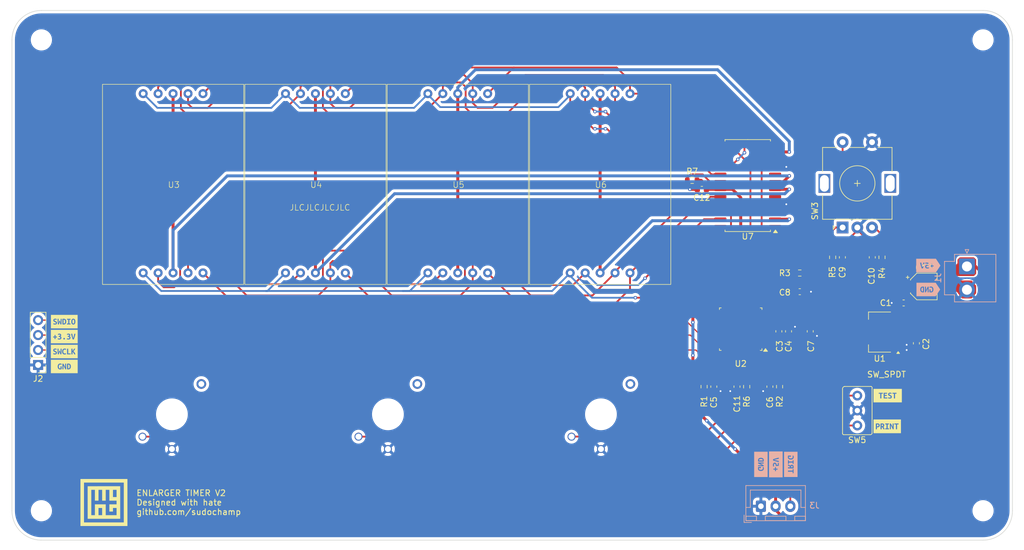
<source format=kicad_pcb>
(kicad_pcb (version 20240108) (generator "pcbnew") (generator_version "8.0")
  (layers (0 "F.Cu" signal) (31 "B.Cu" power) (34 "B.Paste" user) (35 "F.Paste" user) (36 "B.SilkS" user "B.Silkscreen") (37 "F.SilkS" user "F.Silkscreen") (38 "B.Mask" user) (39 "F.Mask" user) (44 "Edge.Cuts" user))
  (net 0 "")
  (net 1 "GND")
  (net 2 "+5V")
  (net 3 "+3.3V")
  (net 4 "/STOP-")
  (net 5 "/STOP+")
  (net 6 "/~{RESET}")
  (net 7 "/ENC_SW")
  (net 8 "/PIN_A")
  (net 9 "/PIN_B")
  (net 10 "/TOGGLE")
  (net 11 "/SWDIO")
  (net 12 "/SWCLK")
  (net 13 "/TRIG")
  (net 14 "Net-(R1-Pad1)")
  (net 15 "Net-(R2-Pad1)")
  (net 16 "Net-(R3-Pad2)")
  (net 17 "Net-(R4-Pad1)")
  (net 18 "Net-(R5-Pad2)")
  (net 19 "Net-(R6-Pad1)")
  (net 20 "Net-(U7-ISET)")
  (net 21 "/MODE_TEST")
  (net 22 "/MODE_PRINT")
  (net 29 "/SCK")
  (net 33 "/~{SS}")
  (net 34 "/MOSI")
  (net 35 "/SEG_A")
  (net 36 "/SEG_D")
  (net 37 "/SEG_DP")
  (net 38 "/SEG_F")
  (net 39 "/SEG_C")
  (net 40 "/DIG_3")
  (net 41 "/SEG_E")
  (net 42 "/SEG_B")
  (net 43 "/SEG_G")
  (net 44 "/DIG_2")
  (net 45 "/DIG_1")
  (net 46 "/DIG_0")
  (footprint "Resistor_SMD:R_0603_1608Metric" (layer "F.Cu") (at 206.756 74.295 90)
    (property "Reference" "R5")
    (property "Value" "10k")
  )
  (footprint "Resistor_SMD:R_0603_1608Metric" (layer "F.Cu") (at 201.168 76.962)
    (property "Reference" "R3")
    (property "Value" "1k")
  )
  (footprint "LOGO" (layer "F.Cu") (at 82.931 115.951)
    (property "Reference" "G***" (hide yes))
    (property "Value" "LOGO" (hide yes))
  )
  (footprint "PCM_4ms_Switch:Switch_Toggle_SPDT_SubMini" (layer "F.Cu") (at 210.947 100.33 180)
    (property "Reference" "SW5")
    (property "Value" "SW_SPDT")
  )
  (footprint "kibuzzard-66150CEE" (layer "F.Cu") (at 216.027 103.008829)
    (property "Reference" "kibuzzard-66150CEE" (hide yes))
    (property "Value" "G***" (hide yes))
  )
  (footprint "Capacitor_SMD:C_0603_1608Metric" (layer "F.Cu") (at 208.407 74.295 -90)
    (property "Reference" "C9")
    (property "Value" "10n")
  )
  (footprint "Package_SO:SOIC-24W_7.5x15.4mm_P1.27mm" (layer "F.Cu") (at 192.327 62.103 180)
    (property "Reference" "U7")
    (property "Value" "MAX7221")
  )
  (footprint "Capacitor_SMD:C_0603_1608Metric" (layer "F.Cu") (at 202.946 86.868 90)
    (property "Reference" "C7")
    (property "Value" "100n")
  )
  (footprint "Connector_PinHeader_2.54mm:PinHeader_1x04_P2.54mm_Vertical" (layer "F.Cu") (at 71.755 92.583 180)
    (property "Reference" "J2")
    (property "Value" "SWD")
  )
  (footprint "Capacitor_SMD:C_0603_1608Metric" (layer "F.Cu") (at 184.531 62.738 180)
    (property "Reference" "C12")
    (property "Value" "100n")
  )
  (footprint "kibuzzard-66150BA4" (layer "F.Cu") (at 76.2 92.837)
    (property "Reference" "kibuzzard-66150BA4" (hide yes))
    (property "Value" "G***" (hide yes))
  )
  (footprint "Capacitor_SMD:C_0603_1608Metric" (layer "F.Cu") (at 196.088 96.266 90)
    (property "Reference" "C6")
    (property "Value" "100n")
  )
  (footprint "key_switches:SW_Kailh_Choc_V2_THT_nSilk" (layer "F.Cu") (at 94.488 100.965)
    (property "Reference" "SW2" (hide yes))
    (property "Value" "STOP-" (hide yes))
  )
  (footprint "Resistor_SMD:R_0603_1608Metric" (layer "F.Cu") (at 197.739 96.266 90)
    (property "Reference" "R2")
    (property "Value" "1k")
  )
  (footprint "Capacitor_SMD:C_0603_1608Metric" (layer "F.Cu") (at 218.821 82.042 180)
    (property "Reference" "C1")
    (property "Value" "100n")
  )
  (footprint "Capacitor_SMD:C_0603_1608Metric" (layer "F.Cu") (at 220.98 88.9 -90)
    (property "Reference" "C2")
    (property "Value" "10u")
  )
  (footprint "7_segmeng:SC10-21SURKWA" (layer "F.Cu") (at 142.931666 61.6966)
    (property "Reference" "U5")
    (property "Value" "SC10-21SURKWA")
  )
  (footprint "Resistor_SMD:R_0603_1608Metric" (layer "F.Cu") (at 192.151 96.266 90)
    (property "Reference" "R6")
    (property "Value" "1k")
  )
  (footprint "kibuzzard-66150B8E" (layer "F.Cu") (at 76.2 85.217)
    (property "Reference" "kibuzzard-66150B8E" (hide yes))
    (property "Value" "G***" (hide yes))
  )
  (footprint "Capacitor_SMD:C_0603_1608Metric" (layer "F.Cu") (at 197.612 86.868 -90)
    (property "Reference" "C3")
    (property "Value" "100n")
  )
  (footprint "key_switches:SW_Kailh_Choc_V2_THT_nSilk" (layer "F.Cu") (at 131.191 100.965)
    (property "Reference" "SW4" (hide yes))
    (property "Value" "TOGGLE" (hide yes))
  )
  (footprint "kibuzzard-66150B83" (layer "F.Cu") (at 76.2 87.757)
    (property "Reference" "kibuzzard-66150B83" (hide yes))
    (property "Value" "G***" (hide yes))
  )
  (footprint "kibuzzard-66150B89" (layer "F.Cu") (at 76.2 90.297)
    (property "Reference" "kibuzzard-66150B89" (hide yes))
    (property "Value" "G***" (hide yes))
  )
  (footprint "MountingHole:MountingHole_3.2mm_M3" (layer "F.Cu") (at 232.31 37.348)
    (property "Reference" "H4" (hide yes))
    (property "Value" "MountingHole" (hide yes))
  )
  (footprint "Capacitor_SMD:C_0603_1608Metric" (layer "F.Cu") (at 199.263 86.868 -90)
    (property "Reference" "C4")
    (property "Value" "4.7u")
  )
  (footprint "Capacitor_SMD:C_0603_1608Metric" (layer "F.Cu") (at 190.5 96.266 90)
    (property "Reference" "C11")
    (property "Value" "100n")
  )
  (footprint "Capacitor_SMD:C_0603_1608Metric" (layer "F.Cu") (at 186.563 96.266 90)
    (property "Reference" "C5")
    (property "Value" "100n")
  )
  (footprint "Capacitor_SMD:C_0603_1608Metric" (layer "F.Cu") (at 213.487 74.295 -90)
    (property "Reference" "C10")
    (property "Value" "10n")
  )
  (footprint "7_segmeng:SC10-21SURKWA" (layer "F.Cu") (at 94.558334 61.6966)
    (property "Reference" "U3")
    (property "Value" "SC10-21SURKWA")
  )
  (footprint "Resistor_SMD:R_0603_1608Metric" (layer "F.Cu") (at 184.912 96.266 90)
    (property "Reference" "R1")
    (property "Value" "1k")
  )
  (footprint "Package_QFP:LQFP-32_7x7mm_P0.8mm" (layer "F.Cu") (at 191.135 86.487 180)
    (property "Reference" "U2")
    (property "Value" "STM32C031K6Tx")
  )
  (footprint "Package_TO_SOT_SMD:SOT-223-3_TabPin2" (layer "F.Cu") (at 214.757 86.995 180)
    (property "Reference" "U1")
    (property "Value" "LD1117S33TR_SOT223")
  )
  (footprint "Resistor_SMD:R_0603_1608Metric" (layer "F.Cu") (at 182.88 61.214)
    (property "Reference" "R7")
    (property "Value" "51k")
  )
  (footprint "7_segmeng:SC10-21SURKWA" (layer "F.Cu") (at 118.745 61.6966)
    (property "Reference" "U4")
    (property "Value" "SC10-21SURKWA")
  )
  (footprint "kibuzzard-66150D04" (layer "F.Cu") (at 216.100143 97.79)
    (property "Reference" "kibuzzard-66150D04" (hide yes))
    (property "Value" "G***" (hide yes))
  )
  (footprint "Rotary_Encoder:RotaryEncoder_Alps_EC11E-Switch_Vertical_H20mm" (layer "F.Cu") (at 208.447 69.226 90)
    (property "Reference" "SW3")
    (property "Value" "EXPOSURE_TIME")
  )
  (footprint "MountingHole:MountingHole_3.2mm_M3" (layer "F.Cu") (at 232.31 117.348)
    (property "Reference" "H2" (hide yes))
    (property "Value" "MountingHole" (hide yes))
  )
  (footprint "MountingHole:MountingHole_3.2mm_M3" (layer "F.Cu") (at 72.31 117.348)
    (property "Reference" "H1" (hide yes))
    (property "Value" "MountingHole" (hide yes))
  )
  (footprint "Capacitor_SMD:C_0603_1608Metric" (layer "F.Cu") (at 201.168 80.137 180)
    (property "Reference" "C8")
    (property "Value" "100n")
  )
  (footprint "key_switches:SW_Kailh_Choc_V2_THT_nSilk" (layer "F.Cu") (at 167.386 100.965)
    (property "Reference" "SW1" (hide yes))
    (property "Value" "STOP+" (hide yes))
  )
  (footprint "Capacitor_SMD:CP_Elec_4x5.4" (layer "F.Cu") (at 222.25 79.248)
    (property "Reference" "C13")
    (property "Value" "10u")
  )
  (footprint "MountingHole:MountingHole_3.2mm_M3" (layer "F.Cu") (at 72.31 37.348)
    (property "Reference" "H3" (hide yes))
    (property "Value" "MountingHole" (hide yes))
  )
  (footprint "7_segmeng:SC10-21SURKWA" (layer "F.Cu") (at 167.118334 61.6966)
    (property "Reference" "U6")
    (property "Value" "SC10-21SURKWA")
  )
  (footprint "Resistor_SMD:R_0603_1608Metric" (layer "F.Cu") (at 215.138 74.295 -90)
    (property "Reference" "R4")
    (property "Value" "10k")
  )
  (footprint "kibuzzard-66150C9A" (layer "B.Cu") (at 223.012 79.756 180)
    (property "Reference" "kibuzzard-66150C9A" (hide yes))
    (property "Value" "G***" (hide yes))
  )
  (footprint "kibuzzard-66150C4D" (layer "B.Cu") (at 194.564 109.474 90)
    (property "Reference" "kibuzzard-66150C4D" (hide yes))
    (property "Value" "G***" (hide yes))
  )
  (footprint "kibuzzard-66150C19" (layer "B.Cu") (at 199.644 109.474 90)
    (property "Reference" "kibuzzard-66150C19" (hide yes))
    (property "Value" "G***" (hide yes))
  )
  (footprint "Connector_JST:JST_VH_B2P-VH_1x02_P3.96mm_Vertical" (layer "B.Cu") (at 229.574 75.8395 -90)
    (property "Reference" "J1")
    (property "Value" "PWR")
  )
  (footprint "kibuzzard-66150C52" (layer "B.Cu") (at 197.104 109.474 90)
    (property "Reference" "kibuzzard-66150C52" (hide yes))
    (property "Value" "G***" (hide yes))
  )
  (footprint "Connector_JST:JST_XH_B3B-XH-A_1x03_P2.50mm_Vertical" (layer "B.Cu") (at 194.564 116.586)
    (property "Reference" "J3")
    (property "Value" "RELAY")
  )
  (footprint "kibuzzard-66150BD0" (layer "B.Cu") (at 223.012 75.692 180)
    (property "Reference" "kibuzzard-66150BD0" (hide yes))
    (property "Value" "G***" (hide yes))
  )
  (gr_line (start 232.31 122.348) (end 72.31 122.348) (stroke (width 0.1)) (layer "Edge.Cuts"))
  (gr_arc (start 67.31 37.348) (mid 68.774466 33.812466) (end 72.31 32.348) (stroke (width 0.1)) (layer "Edge.Cuts"))
  (gr_arc (start 72.31 122.348) (mid 68.774466 120.883534) (end 67.31 117.348) (stroke (width 0.1)) (layer "Edge.Cuts"))
  (gr_arc (start 237.31 117.348) (mid 235.845534 120.883534) (end 232.31 122.348) (stroke (width 0.1)) (layer "Edge.Cuts"))
  (gr_arc (start 232.31 32.348) (mid 235.845534 33.812466) (end 237.31 37.348) (stroke (width 0.1)) (layer "Edge.Cuts"))
  (gr_line (start 67.31 117.348) (end 67.31 37.348) (stroke (width 0.1)) (layer "Edge.Cuts"))
  (gr_line (start 72.31 32.348) (end 232.31 32.348) (stroke (width 0.1)) (layer "Edge.Cuts"))
  (gr_line (start 237.31 37.348) (end 237.31 117.348) (stroke (width 0.1)) (layer "Edge.Cuts"))
  (gr_text "ENLARGER TIMER V2\nDesigned with hate\ngithub.com/sudochamp\n" (at 88.392 115.951 0) (layer "F.SilkS") (effects (font (size 1 1)) (justify left)))
  (gr_text "JLCJLCJLCJLC" (at 114.427 66.421 0) (layer "F.SilkS") (effects (font (size 1 1) (thickness 0.1)) (justify left bottom)))
  (segment (start 183.756 62.738) (end 182.499 62.738) (width 0.5) (layer "F.Cu") (net 1))
  (segment (start 208.407 73.52) (end 208.407 72.263) (width 0.3) (layer "F.Cu") (net 1))
  (segment (start 196.088 97.041) (end 194.958 97.041) (width 0.3) (layer "F.Cu") (net 1))
  (segment (start 220.98 89.675) (end 218.287 89.675) (width 0.5) (layer "F.Cu") (net 1))
  (segment (start 204.089 87.643) (end 202.946 87.643) (width 0.3) (layer "F.Cu") (net 1))
  (segment (start 201.943 80.137) (end 203.073 80.137) (width 0.3) (layer "F.Cu") (net 1))
  (segment (start 199.257 86.087) (end 195.31 86.087) (width 0.5) (layer "F.Cu") (net 1))
  (segment (start 219.329 89.154) (end 219.329 89.662) (width 0.5) (layer "F.Cu") (net 1))
  (segment (start 190.5 97.041) (end 189.37 97.041) (width 0.3) (layer "F.Cu") (net 1))
  (segment (start 196.977 58.928) (end 198.882 58.928) (width 0.5) (layer "F.Cu") (net 1))
  (segment (start 213.487 73.52) (end 213.487 72.136) (width 0.3) (layer "F.Cu") (net 1))
  (segment (start 196.977 65.278) (end 198.882 65.278) (width 0.5) (layer "F.Cu") (net 1))
  (segment (start 217.919 82.042) (end 216.789 82.042) (width 0.3) (layer "F.Cu") (net 1))
  (segment (start 208.407 72.263) (end 210.947 69.723) (width 0.3) (layer "F.Cu") (net 1))
  (segment (start 194.958 97.041) (end 194.945 97.028) (width 0.3) (layer "F.Cu") (net 1))
  (segment (start 187.693 97.041) (end 187.706 97.028) (width 0.3) (layer "F.Cu") (net 1))
  (segment (start 186.563 97.041) (end 187.693 97.041) (width 0.3) (layer "F.Cu") (net 1))
  (segment (start 189.37 97.041) (end 189.357 97.028) (width 0.3) (layer "F.Cu") (net 1))
  (segment (start 199.263 86.093) (end 200.357 86.093) (width 0.5) (layer "F.Cu") (net 1))
  (segment (start 219.329 89.662) (end 219.329 90.043) (width 0.5) (layer "F.Cu") (net 1))
  (segment (start 213.487 72.136) (end 210.947 69.596) (width 0.3) (layer "F.Cu") (net 1))
  (via (at 203.073 80.137) (size 0.6) (drill 0.3) (layers "F.Cu" "B.Cu") (net 1))
  (via (at 189.357 97.028) (size 0.6) (drill 0.3) (layers "F.Cu" "B.Cu") (net 1))
  (via (at 216.789 82.042) (size 0.6) (drill 0.3) (layers "F.Cu" "B.Cu") (net 1))
  (via (at 219.329 89.154) (size 0.6) (drill 0.3) (layers "F.Cu" "B.Cu") (net 1))
  (via (at 198.882 65.278) (size 0.6) (drill 0.3) (layers "F.Cu" "B.Cu") (net 1))
  (via (at 219.329 90.043) (size 0.6) (drill 0.3) (layers "F.Cu" "B.Cu") (net 1))
  (via (at 200.357 86.093) (size 0.6) (drill 0.3) (layers "F.Cu" "B.Cu") (net 1))
  (via (at 187.706 97.028) (size 0.6) (drill 0.3) (layers "F.Cu" "B.Cu") (net 1))
  (via (at 182.499 62.738) (size 0.6) (drill 0.3) (layers "F.Cu" "B.Cu") (net 1))
  (via (at 194.945 97.028) (size 0.6) (drill 0.3) (layers "F.Cu" "B.Cu") (net 1))
  (via (at 204.089 87.643) (size 0.6) (drill 0.3) (layers "F.Cu" "B.Cu") (net 1))
  (via (at 198.882 58.928) (size 0.6) (drill 0.3) (layers "F.Cu" "B.Cu") (net 1))
  (segment (start 183.007 82.55) (end 183.007 85.344) (width 0.5) (layer "F.Cu") (net 2))
  (segment (start 185.306 62.738) (end 187.677 62.738) (width 0.5) (layer "F.Cu") (net 2))
  (segment (start 217.907 84.695) (end 219.089 84.695) (width 0.5) (layer "F.Cu") (net 2))
  (segment (start 231.0335 75.8395) (end 229.574 75.8395) (width 0.5) (layer "F.Cu") (net 2))
  (segment (start 185.306 62.116) (end 184.404 61.214) (width 0.5) (layer "F.Cu") (net 2))
  (segment (start 219.596 83.82) (end 219.596 82.042) (width 0.5) (layer "F.Cu") (net 2))
  (segment (start 198.588 118.745) (end 208.407 118.745) (width 0.5) (layer "F.Cu") (net 2))
  (segment (start 219.596 84.188) (end 219.596 83.82) (width 0.5) (layer "F.Cu") (net 2))
  (segment (start 197.064 117.221) (end 198.588 118.745) (width 0.5) (layer "F.Cu") (net 2))
  (segment (start 219.089 84.695) (end 219.596 84.188) (width 0.5) (layer "F.Cu") (net 2))
  (segment (start 189.738 62.738) (end 187.677 62.738) (width 0.5) (layer "F.Cu") (net 2))
  (segment (start 190.1825 106.8705) (end 197.064 113.752) (width 0.5) (layer "F.Cu") (net 2))
  (segment (start 185.3565 102.0445) (end 183.007 99.695) (width 0.5) (layer "F.Cu") (net 2))
  (segment (start 183.007 99.695) (end 183.007 90.932) (width 0.5) (layer "F.Cu") (net 2))
  (segment (start 208.407 118.745) (end 232.156 94.996) (width 0.5) (layer "F.Cu") (net 2))
  (segment (start 197.064 113.752) (end 197.064 117.221) (width 0.5) (layer "F.Cu") (net 2))
  (segment (start 183.007 82.55) (end 191.135 74.422) (width 0.5) (layer "F.Cu") (net 2))
  (segment (start 191.135 64.135) (end 189.738 62.738) (width 0.5) (layer "F.Cu") (net 2))
  (segment (start 184.404 61.214) (end 183.705 61.214) (width 0.5) (layer "F.Cu") (net 2))
  (segment (start 232.156 76.962) (end 231.0335 75.8395) (width 0.5) (layer "F.Cu") (net 2))
  (segment (start 185.306 62.738) (end 185.306 62.116) (width 0.5) (layer "F.Cu") (net 2))
  (segment (start 191.135 74.422) (end 191.135 64.135) (width 0.5) (layer "F.Cu") (net 2))
  (segment (start 232.156 94.996) (end 232.156 76.962) (width 0.5) (layer "F.Cu") (net 2))
  (via (at 185.3565 102.0445) (size 0.6) (drill 0.3) (layers "F.Cu" "B.Cu") (net 2))
  (via (at 190.1825 106.8705) (size 0.6) (drill 0.3) (layers "F.Cu" "B.Cu") (net 2))
  (via (at 183.007 85.344) (size 0.6) (drill 0.3) (layers "F.Cu" "B.Cu") (net 2))
  (via (at 183.007 90.932) (size 0.6) (drill 0.3) (layers "F.Cu" "B.Cu") (net 2))
  (segment (start 190.1825 106.8705) (end 185.3565 102.0445) (width 0.5) (layer "B.Cu") (net 2))
  (segment (start 183.007 85.344) (end 183.007 90.932) (width 0.5) (layer "B.Cu") (net 2))
  (segment (start 185.4835 90.424) (end 187.198 90.424) (width 0.2) (layer "F.Cu") (net 3))
  (segment (start 182.5625 87.503) (end 185.4835 90.424) (width 0.2) (layer "F.Cu") (net 3))
  (segment (start 196.863 87.643) (end 196.107 86.887) (width 0.5) (layer "F.Cu") (net 3))
  (segment (start 197.612 87.643) (end 196.863 87.643) (width 0.5) (layer "F.Cu") (net 3))
  (segment (start 200.279 87.643) (end 201.663 89.027) (width 0.5) (layer "F.Cu") (net 3))
  (segment (start 197.612 87.643) (end 200.279 87.643) (width 0.5) (layer "F.Cu") (net 3))
  (segment (start 71.755 87.503) (end 182.5625 87.503) (width 0.2) (layer "F.Cu") (net 3))
  (segment (start 195.31 86.887) (end 196.107 86.887) (width 0.5) (layer "F.Cu") (net 3))
  (segment (start 210.185 89.027) (end 211.607 87.605) (width 0.5) (layer "F.Cu") (net 3))
  (segment (start 187.198 90.424) (end 190.735 86.887) (width 0.2) (layer "F.Cu") (net 3))
  (segment (start 201.663 89.027) (end 210.185 89.027) (width 0.5) (layer "F.Cu") (net 3))
  (segment (start 190.735 86.887) (end 195.31 86.887) (width 0.2) (layer "F.Cu") (net 3))
  (segment (start 190.493216 92.329) (end 191.535 91.287216) (width 0.3) (layer "F.Cu") (net 4))
  (segment (start 190.493216 92.462784) (end 190.493216 92.329) (width 0.3) (layer "F.Cu") (net 4))
  (segment (start 186.563 95.491) (end 187.465 95.491) (width 0.3) (layer "F.Cu") (net 4))
  (segment (start 184.912 95.441) (end 186.513 95.441) (width 0.3) (layer "F.Cu") (net 4))
  (segment (start 191.535 91.287216) (end 191.535 90.662) (width 0.3) (layer "F.Cu") (net 4))
  (segment (start 187.465 95.491) (end 190.493216 92.462784) (width 0.3) (layer "F.Cu") (net 4))
  (segment (start 193.135 91.662) (end 193.135 90.662) (width 0.3) (layer "F.Cu") (net 5))
  (segment (start 197.739 95.441) (end 196.138 95.441) (width 0.3) (layer "F.Cu") (net 5))
  (segment (start 196.088 95.491) (end 196.088 94.615) (width 0.3) (layer "F.Cu") (net 5))
  (segment (start 196.088 94.615) (end 193.135 91.662) (width 0.3) (layer "F.Cu") (net 5))
  (segment (start 202.819 85.7885) (end 202.819 86.093) (width 0.3) (layer "F.Cu") (net 6))
  (segment (start 195.31 85.287) (end 197.006553 85.287) (width 0.3) (layer "F.Cu") (net 6))
  (segment (start 202.4445 85.287) (end 202.946 85.7885) (width 0.3) (layer "F.Cu") (net 6))
  (segment (start 197.584553 84.709) (end 201.8665 84.709) (width 0.3) (layer "F.Cu") (net 6))
  (segment (start 201.8665 84.709) (end 202.59675 85.43925) (width 0.3) (layer "F.Cu") (net 6))
  (segment (start 197.006553 85.287) (end 197.584553 84.709) (width 0.3) (layer "F.Cu") (net 6))
  (segment (start 193.135 82.312) (end 193.135 83.061999) (width 0.2) (layer "F.Cu") (net 7))
  (segment (start 193.135 83.061999) (end 193.435001 83.362) (width 0.2) (layer "F.Cu") (net 7))
  (segment (start 193.435001 83.362) (end 194.280494 83.362) (width 0.2) (layer "F.Cu") (net 7))
  (segment (start 197.505494 80.137) (end 200.343 80.137) (width 0.2) (layer "F.Cu") (net 7))
  (segment (start 200.343 80.137) (end 200.343 77.012) (width 0.3) (layer "F.Cu") (net 7))
  (segment (start 194.280494 83.362) (end 197.505494 80.137) (width 0.2) (layer "F.Cu") (net 7))
  (segment (start 203.581 82.169) (end 196.828 82.169) (width 0.3) (layer "F.Cu") (net 8))
  (segment (start 196.828 82.169) (end 195.31 83.687) (width 0.3) (layer "F.Cu") (net 8))
  (segment (start 206.756 75.12) (end 208.357 75.12) (width 0.3) (layer "F.Cu") (net 8))
  (segment (start 206.756 75.07) (end 206.756 78.994) (width 0.3) (layer "F.Cu") (net 8))
  (segment (start 206.756 78.994) (end 203.581 82.169) (width 0.3) (layer "F.Cu") (net 8))
  (segment (start 213.487 79.375) (end 213.487 75.311) (width 0.3) (layer "F.Cu") (net 9))
  (segment (start 195.31 84.487) (end 196.564 84.487) (width 0.3) (layer "F.Cu") (net 9))
  (segment (start 209.423 83.439) (end 213.487 79.375) (width 0.3) (layer "F.Cu") (net 9))
  (segment (start 197.612 83.439) (end 209.423 83.439) (width 0.3) (layer "F.Cu") (net 9))
  (segment (start 196.564 84.487) (end 197.612 83.439) (width 0.3) (layer "F.Cu") (net 9))
  (segment (start 213.487 75.07) (end 215.088 75.07) (width 0.3) (layer "F.Cu") (net 9))
  (segment (start 190.5 95.491) (end 192.101 95.491) (width 0.3) (layer "F.Cu") (net 10))
  (segment (start 192.335 90.662) (end 192.335 95.257) (width 0.3) (layer "F.Cu") (net 10))
  (segment (start 71.755 84.963) (end 181.737 84.963) (width 0.2) (layer "F.Cu") (net 11))
  (segment (start 186.061 89.287) (end 186.96 89.287) (width 0.2) (layer "F.Cu") (net 11))
  (segment (start 181.737 84.963) (end 186.061 89.287) (width 0.2) (layer "F.Cu") (net 11))
  (segment (start 187.96 91.948) (end 188.335 91.573) (width 0.2) (layer "F.Cu") (net 12))
  (segment (start 188.335 91.573) (end 188.335 90.662) (width 0.2) (layer "F.Cu") (net 12))
  (segment (start 185.42 91.948) (end 187.96 91.948) (width 0.2) (layer "F.Cu") (net 12))
  (segment (start 71.755 90.043) (end 183.515 90.043) (width 0.2) (layer "F.Cu") (net 12))
  (segment (start 183.515 90.043) (end 185.42 91.948) (width 0.2) (layer "F.Cu") (net 12))
  (segment (start 199.564 95.424) (end 199.564 117.221) (width 0.3) (layer "F.Cu") (net 13))
  (segment (start 194.802 90.662) (end 199.564 95.424) (width 0.3) (layer "F.Cu") (net 13))
  (segment (start 193.935 90.662) (end 194.802 90.662) (width 0.3) (layer "F.Cu") (net 13))
  (segment (start 184.912 97.091) (end 184.912 97.917) (width 0.3) (layer "F.Cu") (net 14))
  (segment (start 184.912 97.917) (end 187.071 100.076) (width 0.3) (layer "F.Cu") (net 14))
  (segment (start 184.5564 104.7496) (end 162.4014 104.7496) (width 0.3) (layer "F.Cu") (net 14))
  (segment (start 187.071 100.076) (end 187.071 102.235) (width 0.3) (layer "F.Cu") (net 14))
  (segment (start 187.071 102.235) (end 184.5564 104.7496) (width 0.3) (layer "F.Cu") (net 14))
  (segment (start 95.138 104.765) (end 89.488 104.765) (width 0.3) (layer "F.Cu") (net 15))
  (segment (start 197.739 97.091) (end 197.739 97.917) (width 0.3) (layer "F.Cu") (net 15))
  (segment (start 184.531 111.125) (end 101.498 111.125) (width 0.3) (layer "F.Cu") (net 15))
  (segment (start 197.739 97.917) (end 184.531 111.125) (width 0.3) (layer "F.Cu") (net 15))
  (segment (start 101.498 111.125) (end 95.138 104.765) (width 0.3) (layer "F.Cu") (net 15))
  (segment (start 201.993 76.962) (end 201.993 70.422) (width 0.3) (layer "F.Cu") (net 16))
  (segment (start 208.447 63.968) (end 208.447 54.726) (width 0.3) (layer "F.Cu") (net 16))
  (segment (start 201.993 70.422) (end 208.447 63.968) (width 0.3) (layer "F.Cu") (net 16))
  (segment (start 215.138 70.485) (end 215.138 73.47) (width 0.3) (layer "F.Cu") (net 17))
  (segment (start 213.879 69.226) (end 215.138 70.485) (width 0.3) (layer "F.Cu") (net 17))
  (segment (start 207.253 69.226) (end 206.756 69.723) (width 0.3) (layer "F.Cu") (net 18))
  (segment (start 208.447 69.226) (end 207.253 69.226) (width 0.3) (layer "F.Cu") (net 18))
  (segment (start 206.756 69.723) (end 206.756 73.47) (width 0.3) (layer "F.Cu") (net 18))
  (segment (start 192.151 97.091) (end 192.151 100.076) (width 0.3) (layer "F.Cu") (net 19))
  (segment (start 136.169 109.093) (end 131.841 104.765) (width 0.3) (layer "F.Cu") (net 19))
  (segment (start 192.151 100.076) (end 183.134 109.093) (width 0.3) (layer "F.Cu") (net 19))
  (segment (start 183.134 109.093) (end 136.169 109.093) (width 0.3) (layer "F.Cu") (net 19))
  (segment (start 131.841 104.765) (end 126.191 104.765) (width 0.3) (layer "F.Cu") (net 19))
  (segment (start 182.055 61.214) (end 182.055 60.769) (width 0.3) (layer "F.Cu") (net 20))
  (segment (start 182.055 60.769) (end 182.626 60.198) (width 0.3) (layer "F.Cu") (net 20))
  (segment (start 182.626 60.198) (end 184.658 60.198) (width 0.3) (layer "F.Cu") (net 20))
  (segment (start 184.658 60.198) (end 185.928 61.468) (width 0.3) (layer "F.Cu") (net 20))
  (segment (start 185.928 61.468) (end 187.677 61.468) (width 0.3) (layer "F.Cu") (net 20))
  (segment (start 196.564 88.487) (end 195.31 88.487) (width 0.3) (layer "F.Cu") (net 21))
  (segment (start 205.867 97.79) (end 196.564 88.487) (width 0.3) (layer "F.Cu") (net 21))
  (segment (start 210.947 97.79) (end 205.867 97.79) (width 0.3) (layer "F.Cu") (net 21))
  (segment (start 208.893 102.87) (end 210.947 102.87) (width 0.3) (layer "F.Cu") (net 22))
  (segment (start 195.31 89.287) (end 208.893 102.87) (width 0.3) (layer "F.Cu") (net 22))
  (segment (start 187.677 55.118) (end 189.23 55.118) (width 0.3) (layer "F.Cu") (net 29))
  (segment (start 189.23 55.118) (end 192.786 58.674) (width 0.3) (layer "F.Cu") (net 29))
  (segment (start 192.786 58.674) (end 192.786 78.994) (width 0.3) (layer "F.Cu") (net 29))
  (segment (start 191.535 80.245) (end 191.535 82.312) (width 0.3) (layer "F.Cu") (net 29))
  (segment (start 192.786 78.994) (end 191.535 80.245) (width 0.3) (layer "F.Cu") (net 29))
  (segment (start 194.691 79.121) (end 194.691 55.372) (width 0.3) (layer "F.Cu") (net 33))
  (segment (start 192.335 82.312) (end 192.335 81.477) (width 0.2) (layer "F.Cu") (net 33))
  (segment (start 194.691 55.372) (end 194.945 55.118) (width 0.3) (layer "F.Cu") (net 33))
  (segment (start 194.945 55.118) (end 196.977 55.118) (width 0.3) (layer "F.Cu") (net 33))
  (segment (start 192.335 81.477) (end 194.691 79.121) (width 0.3) (layer "F.Cu") (net 33))
  (segment (start 193.929 82.306) (end 193.929 81.534) (width 0.2) (layer "F.Cu") (net 34))
  (segment (start 196.977 78.486) (end 196.977 69.088) (width 0.3) (layer "F.Cu") (net 34))
  (segment (start 193.929 81.534) (end 196.977 78.486) (width 0.3) (layer "F.Cu") (net 34))
  (segment (start 148.971 48.895) (end 146.431 48.895) (width 0.3) (layer "F.Cu") (net 35))
  (segment (start 169.785334 47.738334) (end 169.785334 46.482) (width 0.3) (layer "F.Cu") (net 35))
  (segment (start 121.412 45.212) (end 119.507 43.307) (width 0.3) (layer "F.Cu") (net 35))
  (segment (start 187.677 56.388) (end 178.435 56.388) (width 0.3) (layer "F.Cu") (net 35))
  (segment (start 146.431 48.895) (end 145.598666 48.062666) (width 0.3) (layer "F.Cu") (net 35))
  (segment (start 121.412 46.482) (end 121.412 45.212) (width 0.3) (layer "F.Cu") (net 35))
  (segment (start 97.917 48.895) (end 97.225334 48.203334) (width 0.3) (layer "F.Cu") (net 35))
  (segment (start 100.584 48.895) (end 97.917 48.895) (width 0.3) (layer "F.Cu") (net 35))
  (segment (start 124.714 48.895) (end 122.174 48.895) (width 0.3) (layer "F.Cu") (net 35))
  (segment (start 169.785334 45.325334) (end 167.767 43.307) (width 0.3) (layer "F.Cu") (net 35))
  (segment (start 145.598666 44.760666) (end 144.145 43.307) (width 0.3) (layer "F.Cu") (net 35))
  (segment (start 119.507 43.307) (end 106.172 43.307) (width 0.3) (layer "F.Cu") (net 35))
  (segment (start 154.559 43.307) (end 148.971 48.895) (width 0.3) (layer "F.Cu") (net 35))
  (segment (start 97.225334 48.203334) (end 97.225334 46.482) (width 0.3) (layer "F.Cu") (net 35))
  (segment (start 178.435 56.388) (end 169.785334 47.738334) (width 0.3) (layer "F.Cu") (net 35))
  (segment (start 145.598666 46.482) (end 145.598666 44.760666) (width 0.3) (layer "F.Cu") (net 35))
  (segment (start 106.172 43.307) (end 100.584 48.895) (width 0.3) (layer "F.Cu") (net 35))
  (segment (start 130.302 43.307) (end 124.714 48.895) (width 0.3) (layer "F.Cu") (net 35))
  (segment (start 122.174 48.895) (end 121.412 48.133) (width 0.3) (layer "F.Cu") (net 35))
  (segment (start 121.412 48.133) (end 121.412 46.482) (width 0.3) (layer "F.Cu") (net 35))
  (segment (start 144.145 43.307) (end 130.302 43.307) (width 0.3) (layer "F.Cu") (net 35))
  (segment (start 169.785334 46.482) (end 169.785334 45.325334) (width 0.3) (layer "F.Cu") (net 35))
  (segment (start 145.598666 48.062666) (end 145.598666 46.482) (width 0.3) (layer "F.Cu") (net 35))
  (segment (start 167.767 43.307) (end 154.559 43.307) (width 0.3) (layer "F.Cu") (net 35))
  (segment (start 113.792 78.867) (end 119.507 78.867) (width 0.3) (layer "F.Cu") (net 36))
  (segment (start 138.557 78.867) (end 140.4874 76.9366) (width 0.3) (layer "F.Cu") (net 36))
  (segment (start 138.557 78.867) (end 143.637 78.867) (width 0.3) (layer "F.Cu") (net 36))
  (segment (start 94.869 79.375) (end 95.885 78.359) (width 0.3) (layer "F.Cu") (net 36))
  (segment (start 108.966 78.867) (end 114.4016 78.867) (width 0.3) (layer "F.Cu") (net 36))
  (segment (start 119.507 78.867) (end 120.142 78.232) (width 0.3) (layer "F.Cu") (net 36))
  (segment (start 162.647934 78.994) (end 164.705334 76.9366) (width 0.3) (layer "F.Cu") (net 36))
  (segment (start 156.972 78.994) (end 162.647934 78.994) (width 0.3) (layer "F.Cu") (net 36))
  (segment (start 95.885 73.914) (end 96.647 73.152) (width 0.3) (layer "F.Cu") (net 36))
  (segment (start 95.885 78.359) (end 95.885 73.914) (width 0.3) (layer "F.Cu") (net 36))
  (segment (start 92.145334 76.9366) (end 92.145334 78.429334) (width 0.3) (layer "F.Cu") (net 36))
  (segment (start 120.142 74.168) (end 121.158 73.152) (width 0.3) (layer "F.Cu") (net 36))
  (segment (start 144.272 73.914) (end 145.161 73.025) (width 0.3) (layer "F.Cu") (net 36))
  (segment (start 184.912 67.818) (end 174.879 77.851) (width 0.3) (layer "F.Cu") (net 36))
  (segment (start 114.4016 78.867) (end 116.332 76.9366) (width 0.3) (layer "F.Cu") (net 36))
  (segment (start 103.251 73.152) (end 108.966 78.867) (width 0.3) (layer "F.Cu") (net 36))
  (segment (start 187.677 67.818) (end 184.912 67.818) (width 0.3) (layer "F.Cu") (net 36))
  (segment (start 134.239 78.867) (end 138.557 78.867) (width 0.3) (layer "F.Cu") (net 36))
  (segment (start 121.158 73.152) (end 128.524 73.152) (width 0.3) (layer "F.Cu") (net 36))
  (segment (start 143.637 78.867) (end 144.272 78.232) (width 0.3) (layer "F.Cu") (net 36))
  (segment (start 151.003 73.025) (end 156.972 78.994) (width 0.3) (layer "F.Cu") (net 36))
  (segment (start 96.647 73.152) (end 103.251 73.152) (width 0.3) (layer "F.Cu") (net 36))
  (segment (start 145.161 73.025) (end 151.003 73.025) (width 0.3) (layer "F.Cu") (net 36))
  (segment (start 120.142 78.232) (end 120.142 74.168) (width 0.3) (layer "F.Cu") (net 36))
  (segment (start 128.524 73.152) (end 134.239 78.867) (width 0.3) (layer "F.Cu") (net 36))
  (segment (start 93.091 79.375) (end 94.869 79.375) (width 0.3) (layer "F.Cu") (net 36))
  (segment (start 92.145334 78.429334) (end 93.091 79.375) (width 0.3) (layer "F.Cu") (net 36))
  (segment (start 144.272 78.232) (end 144.272 73.914) (width 0.3) (layer "F.Cu") (net 36))
  (via (at 174.879 77.851) (size 0.6) (drill 0.3) (layers "F.Cu" "B.Cu") (net 36))
  (segment (start 166.762734 78.994) (end 164.705334 76.9366) (width 0.3) (layer "B.Cu") (net 36))
  (segment (start 174.879 77.851) (end 173.736 78.994) (width 0.3) (layer "B.Cu") (net 36))
  (segment (start 173.736 78.994) (end 166.762734 78.994) (width 0.3) (layer "B.Cu") (net 36))
  (segment (start 153.416 82.423) (end 153.416 82.213934) (width 0.3) (layer "F.Cu") (net 37))
  (segment (start 105.251734 82.423) (end 129.1844 82.423) (width 0.3) (layer "F.Cu") (net 37))
  (segment (start 129.1844 82.423) (end 153.416 82.423) (width 0.3) (layer "F.Cu") (net 37))
  (segment (start 129.1844 82.423) (end 129.3114 82.296) (width 0.3) (layer "F.Cu") (net 37))
  (segment (start 169.545 82.423) (end 172.325334 79.642666) (width 0.3) (layer "F.Cu") (net 37))
  (segment (start 99.765334 76.9366) (end 105.251734 82.423) (width 0.3) (layer "F.Cu") (net 37))
  (segment (start 182.753 66.548) (end 187.677 66.548) (width 0.3) (layer "F.Cu") (net 37))
  (segment (start 129.3114 82.296) (end 123.952 76.9366) (width 0.3) (layer "F.Cu") (net 37))
  (segment (start 172.3644 76.9366) (end 182.753 66.548) (width 0.3) (layer "F.Cu") (net 37))
  (segment (start 153.416 82.423) (end 169.545 82.423) (width 0.3) (layer "F.Cu") (net 37))
  (segment (start 153.416 82.213934) (end 148.138666 76.9366) (width 0.3) (layer "F.Cu") (net 37))
  (segment (start 172.325334 79.642666) (end 172.325334 76.9366) (width 0.3) (layer "F.Cu") (net 37))
  (segment (start 92.145334 46.482) (end 92.145334 45.367333) (width 0.3) (layer "F.Cu") (net 38))
  (segment (start 92.935667 44.577) (end 95.377 44.577) (width 0.3) (layer "F.Cu") (net 38))
  (segment (start 116.332 46.482) (end 116.332 45.339) (width 0.3) (layer "F.Cu") (net 38))
  (segment (start 143.637 44.577) (end 144.399 45.339) (width 0.3) (layer "F.Cu") (net 38))
  (segment (start 140.518666 46.482) (end 140.518666 45.282334) (width 0.3) (layer "F.Cu") (net 38))
  (segment (start 144.399 45.339) (end 144.399 48.895) (width 0.3) (layer "F.Cu") (net 38))
  (segment (start 140.518666 45.282334) (end 141.224 44.577) (width 0.3) (layer "F.Cu") (net 38))
  (segment (start 119.253 44.577) (end 120.142 45.466) (width 0.3) (layer "F.Cu") (net 38))
  (segment (start 92.145334 45.367333) (end 92.935667 44.577) (width 0.3) (layer "F.Cu") (net 38))
  (segment (start 120.142 45.466) (end 120.142 48.895) (width 0.3) (layer "F.Cu") (net 38))
  (segment (start 117.094 44.577) (end 119.253 44.577) (width 0.3) (layer "F.Cu") (net 38))
  (segment (start 164.084 44.831) (end 164.705334 45.452334) (width 0.3) (layer "F.Cu") (net 38))
  (segment (start 164.705334 47.865334) (end 164.705334 46.482) (width 0.3) (layer "F.Cu") (net 38))
  (segment (start 112.141 50.673) (end 116.332 46.482) (width 0.3) (layer "F.Cu") (net 38))
  (segment (start 95.377 44.577) (end 96.012 45.212) (width 0.3) (layer "F.Cu") (net 38))
  (segment (start 176.276 57.658) (end 187.677 57.658) (width 0.3) (layer "F.Cu") (net 38))
  (segment (start 136.327666 50.673) (end 140.518666 46.482) (width 0.3) (layer "F.Cu") (net 38))
  (segment (start 168.148 49.53) (end 176.276 57.658) (width 0.3) (layer "F.Cu") (net 38))
  (segment (start 156.464 44.831) (end 164.084 44.831) (width 0.3) (layer "F.Cu") (net 38))
  (segment (start 96.012 45.212) (end 96.012 49.022) (width 0.3) (layer "F.Cu") (net 38))
  (segment (start 144.399 48.895) (end 146.05 50.546) (width 0.3) (layer "F.Cu") (net 38))
  (segment (start 164.705334 45.452334) (end 164.705334 46.482) (width 0.3) (layer "F.Cu") (net 38))
  (segment (start 146.05 50.546) (end 150.749 50.546) (width 0.3) (layer "F.Cu") (net 38))
  (segment (start 166.37 49.53) (end 164.705334 47.865334) (width 0.3) (layer "F.Cu") (net 38))
  (segment (start 141.224 44.577) (end 143.637 44.577) (width 0.3) (layer "F.Cu") (net 38))
  (segment (start 116.332 45.339) (end 117.094 44.577) (width 0.3) (layer "F.Cu") (net 38))
  (segment (start 96.012 49.022) (end 97.663 50.673) (width 0.3) (layer "F.Cu") (net 38))
  (segment (start 150.749 50.546) (end 156.464 44.831) (width 0.3) (layer "F.Cu") (net 38))
  (segment (start 120.142 48.895) (end 121.92 50.673) (width 0.3) (layer "F.Cu") (net 38))
  (segment (start 97.663 50.673) (end 112.141 50.673) (width 0.3) (layer "F.Cu") (net 38))
  (segment (start 121.92 50.673) (end 136.327666 50.673) (width 0.3) (layer "F.Cu") (net 38))
  (via (at 168.148 49.53) (size 0.6) (drill 0.3) (layers "F.Cu" "B.Cu") (net 38))
  (via (at 166.37 49.53) (size 0.6) (drill 0.3) (layers "F.Cu" "B.Cu") (net 38))
  (segment (start 168.148 49.53) (end 166.37 49.53) (width 0.3) (layer "B.Cu") (net 38))
  (segment (start 121.412 75.311) (end 121.412 76.9366) (width 0.3) (layer "F.Cu") (net 39))
  (segment (start 121.793 74.93) (end 121.412 75.311) (width 0.3) (layer "F.Cu") (net 39))
  (segment (start 119.38 80.772) (end 107.188 80.772) (width 0.3) (layer "F.Cu") (net 39))
  (segment (start 97.225334 75.494666) (end 97.225334 76.9366) (width 0.3) (layer "F.Cu") (net 39))
  (segment (start 145.598666 78.683334) (end 143.51 80.772) (width 0.3) (layer "F.Cu") (net 39))
  (segment (start 121.412 78.74) (end 119.38 80.772) (width 0.3) (layer "F.Cu") (net 39))
  (segment (start 165.949934 80.772) (end 155.448 80.772) (width 0.3) (layer "F.Cu") (net 39))
  (segment (start 97.79 74.93) (end 97.225334 75.494666) (width 0.3) (layer "F.Cu") (net 39))
  (segment (start 145.598666 76.9366) (end 145.598666 78.683334) (width 0.3) (layer "F.Cu") (net 39))
  (segment (start 131.826 80.772) (end 125.984 74.93) (width 0.3) (layer "F.Cu") (net 39))
  (segment (start 121.412 76.9366) (end 121.412 78.74) (width 0.3) (layer "F.Cu") (net 39))
  (segment (start 125.984 74.93) (end 121.793 74.93) (width 0.3) (layer "F.Cu") (net 39))
  (segment (start 185.039 64.897) (end 185.928 64.008) (width 0.3) (layer "F.Cu") (net 39))
  (segment (start 155.448 80.772) (end 149.606 74.93) (width 0.3) (layer "F.Cu") (net 39))
  (segment (start 146.05 74.93) (end 145.598666 75.381334) (width 0.3) (layer "F.Cu") (net 39))
  (segment (start 143.51 80.772) (end 131.826 80.772) (width 0.3) (layer "F.Cu") (net 39))
  (segment (start 169.785334 76.9366) (end 165.949934 80.772) (width 0.3) (layer "F.Cu") (net 39))
  (segment (start 107.188 80.772) (end 101.346 74.93) (width 0.3) (layer "F.Cu") (net 39))
  (segment (start 185.928 64.008) (end 187.677 64.008) (width 0.3) (layer "F.Cu") (net 39))
  (segment (start 145.598666 75.381334) (end 145.598666 76.9366) (width 0.3) (layer "F.Cu") (net 39))
  (segment (start 169.785334 76.721666) (end 181.61 64.897) (width 0.3) (layer "F.Cu") (net 39))
  (segment (start 181.61 64.897) (end 185.039 64.897) (width 0.3) (layer "F.Cu") (net 39))
  (segment (start 149.606 74.93) (end 146.05 74.93) (width 0.3) (layer "F.Cu") (net 39))
  (segment (start 101.346 74.93) (end 97.79 74.93) (width 0.3) (layer "F.Cu") (net 39))
  (segment (start 198.374 61.468) (end 199.39 60.452) (width 0.5) (layer "F.Cu") (net 40))
  (segment (start 94.685334 76.9366) (end 94.685334 46.482) (width 0.5) (layer "F.Cu") (net 40))
  (segment (start 196.977 61.468) (end 198.374 61.468) (width 0.5) (layer "F.Cu") (net 40))
  (via (at 199.39 60.452) (size 0.6) (drill 0.3) (layers "F.Cu" "B.Cu") (net 40))
  (segment (start 103.893307 60.452) (end 94.685334 69.659973) (width 0.5) (layer "B.Cu") (net 40))
  (segment (start 199.39 60.452) (end 103.893307 60.452) (width 0.5) (layer "B.Cu") (net 40))
  (segment (start 94.685334 69.659973) (end 94.685334 76.9366) (width 0.5) (layer "B.Cu") (net 40))
  (segment (start 189.484 73.152) (end 181.483 81.153) (width 0.3) (layer "F.Cu") (net 41))
  (segment (start 181.483 81.153) (end 173.228 81.153) (width 0.3) (layer "F.Cu") (net 41))
  (segment (start 187.677 65.278) (end 188.849 65.278) (width 0.3) (layer "F.Cu") (net 41))
  (segment (start 189.484 65.913) (end 189.484 73.152) (width 0.3) (layer "F.Cu") (net 41))
  (segment (start 188.849 65.278) (end 189.484 65.913) (width 0.3) (layer "F.Cu") (net 41))
  (via (at 173.228 81.153) (size 0.6) (drill 0.3) (layers "F.Cu" "B.Cu") (net 41))
  (segment (start 89.605334 76.9366) (end 92.678734 80.01) (width 0.3) (layer "B.Cu") (net 41))
  (segment (start 110.7186 80.01) (end 113.792 76.9366) (width 0.3) (layer "B.Cu") (net 41))
  (segment (start 92.678734 80.01) (end 110.49 80.01) (width 0.3) (layer "B.Cu") (net 41))
  (segment (start 133.731 80.01) (end 134.905266 80.01) (width 0.3) (layer "B.Cu") (net 41))
  (segment (start 165.862 81.153) (end 162.165334 77.456334) (width 0.3) (layer "B.Cu") (net 41))
  (segment (start 159.091934 80.01) (end 162.165334 76.9366) (width 0.3) (layer "B.Cu") (net 41))
  (segment (start 133.731 80.01) (end 159.091934 80.01) (width 0.3) (layer "B.Cu") (net 41))
  (segment (start 134.905266 80.01) (end 137.978666 76.9366) (width 0.3) (layer "B.Cu") (net 41))
  (segment (start 110.49 80.01) (end 110.7186 80.01) (width 0.3) (layer "B.Cu") (net 41))
  (segment (start 173.228 81.153) (end 165.862 81.153) (width 0.3) (layer "B.Cu") (net 41))
  (segment (start 110.49 80.01) (end 133.731 80.01) (width 0.3) (layer "B.Cu") (net 41))
  (segment (start 189.357 58.928) (end 187.677 58.928) (width 0.3) (layer "F.Cu") (net 42))
  (segment (start 170.053 42.037) (end 172.325334 44.309334) (width 0.3) (layer "F.Cu") (net 42))
  (segment (start 123.952 46.482) (end 128.397 42.037) (width 0.3) (layer "F.Cu") (net 42))
  (segment (start 128.397 42.037) (end 129.413 42.037) (width 0.3) (layer "F.Cu") (net 42))
  (segment (start 191.77 56.515) (end 191.77 53.213) (width 0.3) (layer "F.Cu") (net 42))
  (segment (start 104.210334 42.037) (end 129.413 42.037) (width 0.3) (layer "F.Cu") (net 42))
  (segment (start 185.039 46.482) (end 172.325334 46.482) (width 0.3) (layer "F.Cu") (net 42))
  (segment (start 148.138666 46.482) (end 152.583666 42.037) (width 0.3) (layer "F.Cu") (net 42))
  (segment (start 172.325334 44.309334) (end 172.325334 46.482) (width 0.3) (layer "F.Cu") (net 42))
  (segment (start 152.583666 42.037) (end 170.053 42.037) (width 0.3) (layer "F.Cu") (net 42))
  (segment (start 191.77 53.213) (end 185.039 46.482) (width 0.3) (layer "F.Cu") (net 42))
  (segment (start 190.627 57.658) (end 189.357 58.928) (width 0.3) (layer "F.Cu") (net 42))
  (segment (start 152.583666 42.037) (end 129.413 42.037) (width 0.3) (layer "F.Cu") (net 42))
  (segment (start 99.765334 46.482) (end 104.210334 42.037) (width 0.3) (layer "F.Cu") (net 42))
  (via (at 190.627 57.658) (size 0.6) (drill 0.3) (layers "F.Cu" "B.Cu") (net 42))
  (via (at 191.77 56.515) (size 0.6) (drill 0.3) (layers "F.Cu" "B.Cu") (net 42))
  (segment (start 190.627 57.658) (end 191.77 56.515) (width 0.3) (layer "B.Cu") (net 42))
  (segment (start 166.37 52.451) (end 166.116 52.451) (width 0.3) (layer "F.Cu") (net 43))
  (segment (start 168.148 52.451) (end 168.402 52.451) (width 0.3) (layer "F.Cu") (net 43))
  (segment (start 184.912 58.928) (end 186.182 60.198) (width 0.3) (layer "F.Cu") (net 43))
  (segment (start 186.182 60.198) (end 187.677 60.198) (width 0.3) (layer "F.Cu") (net 43))
  (segment (start 162.165334 48.500334) (end 162.165334 46.482) (width 0.3) (layer "F.Cu") (net 43))
  (segment (start 168.402 52.451) (end 174.879 58.928) (width 0.3) (layer "F.Cu") (net 43))
  (segment (start 166.116 52.451) (end 162.165334 48.500334) (width 0.3) (layer "F.Cu") (net 43))
  (segment (start 174.879 58.928) (end 184.912 58.928) (width 0.3) (layer "F.Cu") (net 43))
  (via (at 166.37 52.451) (size 0.6) (drill 0.3) (layers "F.Cu" "B.Cu") (net 43))
  (via (at 168.148 52.451) (size 0.6) (drill 0.3) (layers "F.Cu" "B.Cu") (net 43))
  (segment (start 116.205 48.895) (end 135.636 48.895) (width 0.3) (layer "B.Cu") (net 43))
  (segment (start 135.636 48.895) (end 137.978666 46.552334) (width 0.3) (layer "B.Cu") (net 43))
  (segment (start 166.37 52.451) (end 168.148 52.451) (width 0.3) (layer "B.Cu") (net 43))
  (segment (start 137.978666 46.665666) (end 140.081 48.768) (width 0.3) (layer "B.Cu") (net 43))
  (segment (start 89.605334 46.482) (end 92.018334 48.895) (width 0.3) (layer "B.Cu") (net 43))
  (segment (start 92.018334 48.895) (end 111.379 48.895) (width 0.3) (layer "B.Cu") (net 43))
  (segment (start 160.147 48.768) (end 162.165334 46.749666) (width 0.3) (layer "B.Cu") (net 43))
  (segment (start 113.792 46.482) (end 116.205 48.895) (width 0.3) (layer "B.Cu") (net 43))
  (segment (start 111.379 48.895) (end 113.792 46.482) (width 0.3) (layer "B.Cu") (net 43))
  (segment (start 140.081 48.768) (end 160.147 48.768) (width 0.3) (layer "B.Cu") (net 43))
  (segment (start 118.872 76.9366) (end 118.872 46.482) (width 0.5) (layer "F.Cu") (net 44))
  (segment (start 196.977 62.738) (end 199.39 62.738) (width 0.5) (layer "F.Cu") (net 44))
  (via (at 199.39 62.738) (size 0.6) (drill 0.3) (layers "F.Cu" "B.Cu") (net 44))
  (segment (start 199.39 62.738) (end 198.64 63.488) (width 0.5) (layer "B.Cu") (net 44))
  (segment (start 132.3206 63.488) (end 118.872 76.9366) (width 0.5) (layer "B.Cu") (net 44))
  (segment (start 198.64 63.488) (end 132.3206 63.488) (width 0.5) (layer "B.Cu") (net 44))
  (segment (start 196.977 56.388) (end 199.39 56.388) (width 0.5) (layer "F.Cu") (net 45))
  (segment (start 143.058666 46.482) (end 143.058666 76.9366) (width 0.5) (layer "F.Cu") (net 45))
  (via (at 199.39 56.388) (size 0.6) (drill 0.3) (layers "F.Cu" "B.Cu") (net 45))
  (segment (start 187.198 42.418) (end 146.05 42.418) (width 0.5) (layer "B.Cu") (net 45))
  (segment (start 143.058666 45.409334) (end 143.058666 46.482) (width 0.5) (layer "B.Cu") (net 45))
  (segment (start 146.05 42.418) (end 143.058666 45.409334) (width 0.5) (layer "B.Cu") (net 45))
  (segment (start 199.39 54.61) (end 187.198 42.418) (width 0.5) (layer "B.Cu") (net 45))
  (segment (start 199.39 56.388) (end 199.39 54.61) (width 0.5) (layer "B.Cu") (net 45))
  (segment (start 167.245334 76.9366) (end 167.245334 46.482) (width 0.5) (layer "F.Cu") (net 46))
  (segment (start 196.977 67.818) (end 199.39 67.818) (width 0.5) (layer "F.Cu") (net 46))
  (via (at 199.39 67.818) (size 0.6) (drill 0.3) (layers "F.Cu" "B.Cu") (net 46))
  (segment (start 199.39 67.818) (end 199.136 68.072) (width 0.5) (layer "B.Cu") (net 46))
  (segment (start 199.136 68.072) (end 176.109934 68.072) (width 0.5) (layer "B.Cu") (net 46))
  (segment (start 176.109934 68.072) (end 167.245334 76.9366) (width 0.5) (layer "B.Cu") (net 46))
  (zone (net 2) (net_name "+5V") (layer "F.Cu") (priority 1) (connect_pads yes (clearance 0.3)) (min_thickness 0.25) (fill yes (thermal_gap 0.5) (thermal_bridge_width 0.5))
    (polygon (pts (xy 216.535 85.344) (xy 216.916 85.725) (xy 220.472 85.725) (xy 220.98 85.344) (xy 220.98 81.026) (xy 221.742 80.264) (xy 221.742 77.851) (xy 222.123 77.47) (xy 230.759 77.47) (xy 231.14 77.089) (xy 231.14 74.676) (xy 230.759 74.295) (xy 228.346 74.295) (xy 227.965 74.676) (xy 227.965 75.311) (xy 227.584 75.692) (xy 219.837 75.692) (xy 219.075 76.454) (xy 219.075 78.232) (xy 219.075 83.185) (xy 218.44 83.566) (xy 216.916 83.566) (xy 216.535 83.82)))
  )
  (zone (net 3) (net_name "+3.3V") (layer "F.Cu") (priority 2) (connect_pads yes (clearance 0.3)) (min_thickness 0.25) (fill yes (thermal_gap 0.5) (thermal_bridge_width 0.5))
    (polygon (pts (xy 216.535 86.106) (xy 219.456 86.106) (xy 221.234 86.106) (xy 221.615 86.487) (xy 221.615 87.63) (xy 221.615 88.519) (xy 221.361 88.773) (xy 220.091 88.773) (xy 218.948 87.884) (xy 213.995 87.884) (xy 212.725 89.154) (xy 210.439 89.154) (xy 210.058 88.773) (xy 210.058 85.217) (xy 210.439 84.836) (xy 215.265 84.836)))
  )
  (zone (net 1) (net_name "GND") (layer "F.Cu") (priority 3) (connect_pads yes (clearance 0.3)) (min_thickness 0.25) (fill yes (thermal_gap 0.5) (thermal_bridge_width 0.5))
    (polygon (pts (xy 216.662 88.773) (xy 217.043 88.392) (xy 218.821 88.392) (xy 219.837 89.027) (xy 221.742 89.027) (xy 222.504 88.392) (xy 222.504 78.613) (xy 222.885 78.232) (xy 230.378 78.232) (xy 231.14 79.121) (xy 231.14 80.391) (xy 230.378 81.28) (xy 228.727 81.28) (xy 227.838 80.137) (xy 224.536 80.137) (xy 224.028 80.645) (xy 224.028 89.789) (xy 223.266 90.424) (xy 217.17 90.424) (xy 216.662 89.916) (xy 216.662 88.9)))
  )
  (zone (net 1) (net_name "GND") (layer "B.Cu") (connect_pads (clearance 0.5)) (min_thickness 0.25) (fill yes (thermal_gap 0.5) (thermal_bridge_width 0.5))
    (polygon (pts (xy 239.268 30.57) (xy 239.268 124.042) (xy 65.278 124.042) (xy 65.278 30.57)))
  )
)
</source>
